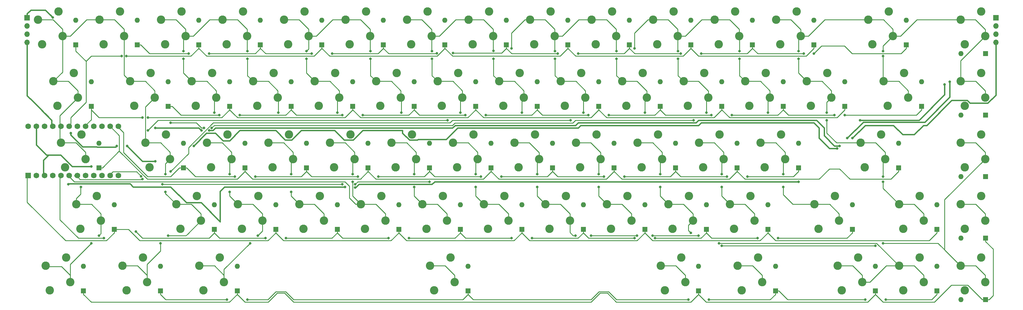
<source format=gbr>
G04 #@! TF.GenerationSoftware,KiCad,Pcbnew,(5.1.4)-1*
G04 #@! TF.CreationDate,2021-01-04T02:31:07-06:00*
G04 #@! TF.ProjectId,65Numpad,36354e75-6d70-4616-942e-6b696361645f,rev?*
G04 #@! TF.SameCoordinates,Original*
G04 #@! TF.FileFunction,Copper,L1,Top*
G04 #@! TF.FilePolarity,Positive*
%FSLAX46Y46*%
G04 Gerber Fmt 4.6, Leading zero omitted, Abs format (unit mm)*
G04 Created by KiCad (PCBNEW (5.1.4)-1) date 2021-01-04 02:31:07*
%MOMM*%
%LPD*%
G04 APERTURE LIST*
%ADD10C,2.600000*%
%ADD11R,1.700000X1.700000*%
%ADD12O,1.700000X1.700000*%
%ADD13R,1.600000X1.600000*%
%ADD14O,1.600000X1.600000*%
%ADD15C,1.752600*%
%ADD16R,1.752600X1.752600*%
%ADD17C,0.800000*%
%ADD18C,0.254000*%
%ADD19C,0.381000*%
G04 APERTURE END LIST*
D10*
X54133750Y-94297500D03*
X60483750Y-91757500D03*
X61753750Y-99377500D03*
X55403750Y-101917500D03*
D11*
X-1587500Y-55562500D03*
D12*
X-1587500Y-58102500D03*
X-1587500Y-60642500D03*
X-1587500Y-63182500D03*
D10*
X20796250Y-56197500D03*
X27146250Y-53657500D03*
X28416250Y-61277500D03*
X22066250Y-63817500D03*
X225583750Y-94297500D03*
X231933750Y-91757500D03*
X233203750Y-99377500D03*
X226853750Y-101917500D03*
X120808750Y-113347500D03*
X127158750Y-110807500D03*
X128428750Y-118427500D03*
X122078750Y-120967500D03*
X216058750Y-113347500D03*
X222408750Y-110807500D03*
X223678750Y-118427500D03*
X217328750Y-120967500D03*
X187483750Y-94297500D03*
X193833750Y-91757500D03*
X195103750Y-99377500D03*
X188753750Y-101917500D03*
X111283750Y-94297500D03*
X117633750Y-91757500D03*
X118903750Y-99377500D03*
X112553750Y-101917500D03*
X4127500Y-132397500D03*
X10477500Y-129857500D03*
X5397500Y-140017500D03*
X11747500Y-137477500D03*
X20002500Y-110807500D03*
X13652500Y-113347500D03*
X14922500Y-120967500D03*
X21272500Y-118427500D03*
X82708750Y-113347500D03*
X89058750Y-110807500D03*
X90328750Y-118427500D03*
X83978750Y-120967500D03*
X242252500Y-113347500D03*
X248602500Y-110807500D03*
X243522500Y-120967500D03*
X249872500Y-118427500D03*
X139858750Y-113347500D03*
X146208750Y-110807500D03*
X147478750Y-118427500D03*
X141128750Y-120967500D03*
X239871250Y-75247500D03*
X246221250Y-72707500D03*
X247491250Y-80327500D03*
X241141250Y-82867500D03*
X49371250Y-75247500D03*
X55721250Y-72707500D03*
X56991250Y-80327500D03*
X50641250Y-82867500D03*
X6508750Y-75247500D03*
X12858750Y-72707500D03*
X7778750Y-82867500D03*
X14128750Y-80327500D03*
X154146250Y-56197500D03*
X160496250Y-53657500D03*
X161766250Y-61277500D03*
X155416250Y-63817500D03*
X192246250Y-56197500D03*
X198596250Y-53657500D03*
X199866250Y-61277500D03*
X193516250Y-63817500D03*
X44608750Y-113347500D03*
X50958750Y-110807500D03*
X52228750Y-118427500D03*
X45878750Y-120967500D03*
X125571250Y-75247500D03*
X131921250Y-72707500D03*
X133191250Y-80327500D03*
X126841250Y-82867500D03*
X63658750Y-113347500D03*
X70008750Y-110807500D03*
X71278750Y-118427500D03*
X64928750Y-120967500D03*
X27940000Y-132397500D03*
X34290000Y-129857500D03*
X29210000Y-140017500D03*
X35560000Y-137477500D03*
X101758750Y-113347500D03*
X108108750Y-110807500D03*
X109378750Y-118427500D03*
X103028750Y-120967500D03*
X268446250Y-113347500D03*
X274796250Y-110807500D03*
X276066250Y-118427500D03*
X269716250Y-120967500D03*
X144621250Y-75247500D03*
X150971250Y-72707500D03*
X152241250Y-80327500D03*
X145891250Y-82867500D03*
X39846250Y-56197500D03*
X46196250Y-53657500D03*
X47466250Y-61277500D03*
X41116250Y-63817500D03*
X58896250Y-56197500D03*
X65246250Y-53657500D03*
X66516250Y-61277500D03*
X60166250Y-63817500D03*
X106521250Y-75247500D03*
X112871250Y-72707500D03*
X114141250Y-80327500D03*
X107791250Y-82867500D03*
X123190000Y-132397500D03*
X129540000Y-129857500D03*
X124460000Y-140017500D03*
X130810000Y-137477500D03*
X116046250Y-56197500D03*
X122396250Y-53657500D03*
X123666250Y-61277500D03*
X117316250Y-63817500D03*
X135096250Y-56197500D03*
X141446250Y-53657500D03*
X142716250Y-61277500D03*
X136366250Y-63817500D03*
X206533750Y-94297500D03*
X212883750Y-91757500D03*
X214153750Y-99377500D03*
X207803750Y-101917500D03*
X287496250Y-132397500D03*
X293846250Y-129857500D03*
X295116250Y-137477500D03*
X288766250Y-140017500D03*
X87471250Y-75247500D03*
X93821250Y-72707500D03*
X95091250Y-80327500D03*
X88741250Y-82867500D03*
X30321250Y-75247500D03*
X36671250Y-72707500D03*
X37941250Y-80327500D03*
X31591250Y-82867500D03*
X287496250Y-94297500D03*
X293846250Y-91757500D03*
X295116250Y-99377500D03*
X288766250Y-101917500D03*
X287496250Y-113347500D03*
X293846250Y-110807500D03*
X295116250Y-118427500D03*
X288766250Y-120967500D03*
X197008750Y-113347500D03*
X203358750Y-110807500D03*
X204628750Y-118427500D03*
X198278750Y-120967500D03*
X201771250Y-75247500D03*
X208121250Y-72707500D03*
X209391250Y-80327500D03*
X203041250Y-82867500D03*
X182721250Y-75247500D03*
X189071250Y-72707500D03*
X190341250Y-80327500D03*
X183991250Y-82867500D03*
X173196250Y-56197500D03*
X179546250Y-53657500D03*
X180816250Y-61277500D03*
X174466250Y-63817500D03*
X211296250Y-56197500D03*
X217646250Y-53657500D03*
X218916250Y-61277500D03*
X212566250Y-63817500D03*
X158908750Y-113347500D03*
X165258750Y-110807500D03*
X166528750Y-118427500D03*
X160178750Y-120967500D03*
X249396250Y-132397500D03*
X255746250Y-129857500D03*
X257016250Y-137477500D03*
X250666250Y-140017500D03*
X220821250Y-75247500D03*
X227171250Y-72707500D03*
X228441250Y-80327500D03*
X222091250Y-82867500D03*
X168433750Y-94297500D03*
X174783750Y-91757500D03*
X176053750Y-99377500D03*
X169703750Y-101917500D03*
X149383750Y-94297500D03*
X155733750Y-91757500D03*
X157003750Y-99377500D03*
X150653750Y-101917500D03*
X163671250Y-75247500D03*
X170021250Y-72707500D03*
X171291250Y-80327500D03*
X164941250Y-82867500D03*
X287496250Y-75247500D03*
X293846250Y-72707500D03*
X295116250Y-80327500D03*
X288766250Y-82867500D03*
X130333750Y-94297500D03*
X136683750Y-91757500D03*
X137953750Y-99377500D03*
X131603750Y-101917500D03*
X77946250Y-56197500D03*
X84296250Y-53657500D03*
X85566250Y-61277500D03*
X79216250Y-63817500D03*
X218440000Y-132397500D03*
X224790000Y-129857500D03*
X219710000Y-140017500D03*
X226060000Y-137477500D03*
X96996250Y-56197500D03*
X103346250Y-53657500D03*
X104616250Y-61277500D03*
X98266250Y-63817500D03*
X92233750Y-94297500D03*
X98583750Y-91757500D03*
X99853750Y-99377500D03*
X93503750Y-101917500D03*
X1746250Y-56197500D03*
X8096250Y-53657500D03*
X9366250Y-61277500D03*
X3016250Y-63817500D03*
X230346250Y-56197500D03*
X236696250Y-53657500D03*
X237966250Y-61277500D03*
X231616250Y-63817500D03*
X262890000Y-91757500D03*
X256540000Y-94297500D03*
X257810000Y-101917500D03*
X264160000Y-99377500D03*
X68421250Y-75247500D03*
X74771250Y-72707500D03*
X76041250Y-80327500D03*
X69691250Y-82867500D03*
X268446250Y-132397500D03*
X274796250Y-129857500D03*
X276066250Y-137477500D03*
X269716250Y-140017500D03*
X287496250Y-56197500D03*
X293846250Y-53657500D03*
X295116250Y-61277500D03*
X288766250Y-63817500D03*
X73183750Y-94297500D03*
X79533750Y-91757500D03*
X80803750Y-99377500D03*
X74453750Y-101917500D03*
X177958750Y-113347500D03*
X184308750Y-110807500D03*
X185578750Y-118427500D03*
X179228750Y-120967500D03*
X8890000Y-94297500D03*
X15240000Y-91757500D03*
X10160000Y-101917500D03*
X16510000Y-99377500D03*
X258921250Y-56197500D03*
X265271250Y-53657500D03*
X260191250Y-63817500D03*
X266541250Y-61277500D03*
X263683750Y-75247500D03*
X270033750Y-72707500D03*
X264953750Y-82867500D03*
X271303750Y-80327500D03*
X194627500Y-132397500D03*
X200977500Y-129857500D03*
X195897500Y-140017500D03*
X202247500Y-137477500D03*
X51752500Y-132397500D03*
X58102500Y-129857500D03*
X53022500Y-140017500D03*
X59372500Y-137477500D03*
X35083750Y-94297500D03*
X41433750Y-91757500D03*
X42703750Y-99377500D03*
X36353750Y-101917500D03*
D13*
X295275000Y-123825000D03*
D14*
X287655000Y-123825000D03*
D13*
X295275000Y-104775000D03*
D14*
X287655000Y-104775000D03*
D13*
X295275000Y-142875000D03*
D14*
X287655000Y-142875000D03*
D13*
X280193750Y-140176250D03*
D14*
X280193750Y-132556250D03*
D13*
X261143750Y-140176250D03*
D14*
X261143750Y-132556250D03*
D13*
X230187500Y-140176250D03*
D14*
X230187500Y-132556250D03*
D13*
X206375000Y-140176250D03*
D14*
X206375000Y-132556250D03*
D13*
X134937500Y-140176250D03*
D14*
X134937500Y-132556250D03*
D13*
X63500000Y-140176250D03*
D14*
X63500000Y-132556250D03*
D13*
X39687500Y-140176250D03*
D14*
X39687500Y-132556250D03*
D13*
X15875000Y-140176250D03*
D14*
X15875000Y-132556250D03*
D13*
X295275000Y-85725000D03*
D14*
X287655000Y-85725000D03*
D13*
X280193750Y-121126250D03*
D14*
X280193750Y-113506250D03*
D13*
X254000000Y-121126250D03*
D14*
X254000000Y-113506250D03*
D13*
X227806250Y-121126250D03*
D14*
X227806250Y-113506250D03*
D13*
X208756250Y-121126250D03*
D14*
X208756250Y-113506250D03*
D13*
X189706250Y-121126250D03*
D14*
X189706250Y-113506250D03*
D13*
X170656250Y-121126250D03*
D14*
X170656250Y-113506250D03*
D13*
X151606250Y-121126250D03*
D14*
X151606250Y-113506250D03*
D13*
X132556250Y-121126250D03*
D14*
X132556250Y-113506250D03*
D13*
X113506250Y-121126250D03*
D14*
X113506250Y-113506250D03*
D13*
X94456250Y-121126250D03*
D14*
X94456250Y-113506250D03*
D13*
X75406250Y-121126250D03*
D14*
X75406250Y-113506250D03*
D13*
X56356250Y-121126250D03*
D14*
X56356250Y-113506250D03*
D13*
X25400000Y-121126250D03*
D14*
X25400000Y-113506250D03*
D13*
X295275000Y-66675000D03*
D14*
X287655000Y-66675000D03*
D13*
X268287500Y-102076250D03*
D14*
X268287500Y-94456250D03*
D13*
X237331250Y-102076250D03*
D14*
X237331250Y-94456250D03*
D13*
X218281250Y-102076250D03*
D14*
X218281250Y-94456250D03*
D13*
X199231250Y-102076250D03*
D14*
X199231250Y-94456250D03*
D13*
X180181250Y-102076250D03*
D14*
X180181250Y-94456250D03*
D13*
X161131250Y-102076250D03*
D14*
X161131250Y-94456250D03*
D13*
X142081250Y-102076250D03*
D14*
X142081250Y-94456250D03*
D13*
X123031250Y-102076250D03*
D14*
X123031250Y-94456250D03*
D13*
X103981250Y-102076250D03*
D14*
X103981250Y-94456250D03*
D13*
X84931250Y-102076250D03*
D14*
X84931250Y-94456250D03*
D13*
X65881250Y-102076250D03*
D14*
X65881250Y-94456250D03*
D13*
X46831250Y-102076250D03*
D14*
X46831250Y-94456250D03*
D13*
X20637500Y-102076250D03*
D14*
X20637500Y-94456250D03*
D13*
X275431250Y-83026250D03*
D14*
X275431250Y-75406250D03*
D13*
X251618750Y-83026250D03*
D14*
X251618750Y-75406250D03*
D13*
X232568750Y-83026250D03*
D14*
X232568750Y-75406250D03*
D13*
X213518750Y-83026250D03*
D14*
X213518750Y-75406250D03*
D13*
X194468750Y-83026250D03*
D14*
X194468750Y-75406250D03*
D13*
X175418750Y-83026250D03*
D14*
X175418750Y-75406250D03*
D13*
X156368750Y-83026250D03*
D14*
X156368750Y-75406250D03*
D13*
X137318750Y-83026250D03*
D14*
X137318750Y-75406250D03*
D13*
X118268750Y-83026250D03*
D14*
X118268750Y-75406250D03*
D13*
X99218750Y-83026250D03*
D14*
X99218750Y-75406250D03*
D13*
X80168750Y-83026250D03*
D14*
X80168750Y-75406250D03*
D13*
X61118750Y-83026250D03*
D14*
X61118750Y-75406250D03*
D13*
X42068750Y-83026250D03*
D14*
X42068750Y-75406250D03*
D13*
X18256250Y-83026250D03*
D14*
X18256250Y-75406250D03*
D13*
X270668750Y-63976250D03*
D14*
X270668750Y-56356250D03*
D13*
X242093750Y-63976250D03*
D14*
X242093750Y-56356250D03*
D13*
X223043750Y-63976250D03*
D14*
X223043750Y-56356250D03*
D13*
X203993750Y-63976250D03*
D14*
X203993750Y-56356250D03*
D13*
X184943750Y-63976250D03*
D14*
X184943750Y-56356250D03*
D13*
X165893750Y-63976250D03*
D14*
X165893750Y-56356250D03*
D13*
X146843750Y-63976250D03*
D14*
X146843750Y-56356250D03*
D13*
X127793750Y-63976250D03*
D14*
X127793750Y-56356250D03*
D13*
X108743750Y-63976250D03*
D14*
X108743750Y-56356250D03*
D13*
X89693750Y-63976250D03*
D14*
X89693750Y-56356250D03*
D13*
X70643750Y-63976250D03*
D14*
X70643750Y-56356250D03*
D13*
X51593750Y-63976250D03*
D14*
X51593750Y-56356250D03*
D13*
X32543750Y-63976250D03*
D14*
X32543750Y-56356250D03*
D13*
X13493750Y-63976250D03*
D14*
X13493750Y-56356250D03*
D15*
X-1270000Y-89217500D03*
X26670000Y-104457500D03*
X1270000Y-89217500D03*
X3810000Y-89217500D03*
X6350000Y-89217500D03*
X8890000Y-89217500D03*
X11430000Y-89217500D03*
X13970000Y-89217500D03*
X16510000Y-89217500D03*
X19050000Y-89217500D03*
X21590000Y-89217500D03*
X24130000Y-89217500D03*
X26670000Y-89217500D03*
X24130000Y-104457500D03*
X21590000Y-104457500D03*
X19050000Y-104457500D03*
X16510000Y-104457500D03*
X13970000Y-104457500D03*
X11430000Y-104457500D03*
X8890000Y-104457500D03*
X6350000Y-104457500D03*
X3810000Y-104457500D03*
X1270000Y-104457500D03*
D16*
X-1270000Y-104457500D03*
D11*
X298450000Y-55562500D03*
D12*
X298450000Y-58102500D03*
X298450000Y-60642500D03*
X298450000Y-63182500D03*
D17*
X41275000Y-103981250D03*
X20637500Y-123031250D03*
X18256250Y-125412500D03*
X42068750Y-123031250D03*
X39687500Y-125412500D03*
X41275000Y-109537500D03*
X15081250Y-107950000D03*
X46831250Y-68262500D03*
X46831250Y-65881250D03*
X76200000Y-84931250D03*
X66675000Y-65881250D03*
X66675000Y-68262500D03*
X56356250Y-84931250D03*
X61118750Y-103981250D03*
X80168750Y-103981250D03*
X69850000Y-123031250D03*
X67468750Y-125412500D03*
X80168750Y-109537500D03*
X61118750Y-109537500D03*
X94456250Y-84931250D03*
X84931250Y-65881250D03*
X84931250Y-68262500D03*
X104775000Y-65881250D03*
X104775000Y-68262500D03*
X114300000Y-84931250D03*
X99218750Y-106362500D03*
X99218750Y-103981250D03*
X118268750Y-103981250D03*
X118268750Y-107950000D03*
X200025000Y-65881250D03*
X200025000Y-68262500D03*
X219075000Y-68262500D03*
X219075000Y-65881250D03*
X208756250Y-84931250D03*
X227806250Y-84931250D03*
X213518750Y-103981250D03*
X232568750Y-103981250D03*
X186531250Y-65087500D03*
X166687500Y-87312500D03*
X42862500Y-103187500D03*
X33725728Y-104654663D03*
X232568750Y-107950000D03*
X213518750Y-107950000D03*
X237331250Y-68262500D03*
X237331250Y-65881250D03*
X263525000Y-65881250D03*
X263525000Y-67468750D03*
X246062500Y-87312500D03*
X246062500Y-84931250D03*
X263525000Y-106362500D03*
X263525000Y-104775000D03*
X42862500Y-88106250D03*
X204787500Y-87312500D03*
X55562500Y-89693750D03*
X53181250Y-89693750D03*
X161925000Y-65881250D03*
X161925000Y-68262500D03*
X180975000Y-65881250D03*
X180975000Y-68262500D03*
X170656250Y-84931250D03*
X189706250Y-84931250D03*
X175418750Y-103981250D03*
X194468750Y-103981250D03*
X263525000Y-125412500D03*
X261143750Y-126206250D03*
X213518750Y-126206250D03*
X203993750Y-122237500D03*
X148431250Y-65087500D03*
X128587500Y-87312500D03*
X35810750Y-90487500D03*
X194468750Y-107950000D03*
X175418750Y-107950000D03*
X123825000Y-65881250D03*
X123825000Y-68262500D03*
X142875000Y-65802183D03*
X142875000Y-68262500D03*
X132556250Y-84931250D03*
X151606250Y-84931250D03*
X137318750Y-103981250D03*
X156368750Y-103981250D03*
X34131250Y-105568750D03*
X40274997Y-107156250D03*
X123031250Y-106362500D03*
X100012500Y-107156250D03*
X96043750Y-107156250D03*
X212725000Y-125412500D03*
X206375000Y-123031250D03*
X192087500Y-123031250D03*
X187325000Y-123031250D03*
X173037500Y-123031250D03*
X168275000Y-123031250D03*
X156368750Y-107950000D03*
X137318750Y-107950000D03*
X256381250Y-87312500D03*
X237331250Y-106362500D03*
X100012500Y-108156253D03*
X96837500Y-107950000D03*
X11204500Y-107156250D03*
X6350000Y-55470500D03*
X282575000Y-76200000D03*
X252412500Y-92868750D03*
X250031250Y-95250000D03*
X54768750Y-90487500D03*
X52387500Y-90487500D03*
X38100000Y-89693750D03*
X18256250Y-101600000D03*
X284162500Y-75406250D03*
X254000000Y-92868750D03*
X249237500Y-96043750D03*
X50006250Y-95250000D03*
X38100000Y-100012500D03*
X29368750Y-95250000D03*
X26193750Y-95250000D03*
X11906250Y-91281250D03*
X60325000Y-142875000D03*
X66675000Y-142875000D03*
X203200000Y-142875000D03*
X209550000Y-142875000D03*
X257968750Y-142875000D03*
X264318750Y-142875000D03*
X22225000Y-123825000D03*
X72231250Y-123825000D03*
X78581250Y-123825000D03*
X110331250Y-123825000D03*
X116681250Y-123825000D03*
X148431250Y-123825000D03*
X154781250Y-123825000D03*
X186531250Y-123825000D03*
X192881250Y-123825000D03*
X224631250Y-123825000D03*
X230981250Y-123825000D03*
X32127849Y-121821599D03*
X62706250Y-104775000D03*
X69056250Y-104775000D03*
X100806250Y-104775000D03*
X107156250Y-104775000D03*
X138906250Y-104775000D03*
X145256250Y-104775000D03*
X177006250Y-104775000D03*
X183356250Y-104775000D03*
X215106250Y-104775000D03*
X221456250Y-104775000D03*
X57943750Y-85725000D03*
X64293750Y-85725000D03*
X96043750Y-85725000D03*
X102393750Y-85725000D03*
X134143750Y-85725000D03*
X140493750Y-85725000D03*
X172243750Y-85725000D03*
X178593750Y-85725000D03*
X210343750Y-85725000D03*
X216693750Y-85725000D03*
X248443750Y-85725000D03*
X251618750Y-85725000D03*
X35810750Y-86518750D03*
X34131250Y-86518750D03*
X48418750Y-66675000D03*
X54768750Y-66675000D03*
X125295308Y-66557808D03*
X130320817Y-66529183D03*
X86518750Y-66675000D03*
X92868750Y-66675000D03*
X162718750Y-66675000D03*
X169068750Y-66675000D03*
X200818750Y-66675000D03*
X207168750Y-66675000D03*
X238918750Y-66675000D03*
X242093750Y-66675000D03*
X27689250Y-67468750D03*
X29143250Y-67468750D03*
D18*
X8099740Y-75247500D02*
X6508750Y-75247500D01*
X11213684Y-75247500D02*
X8099740Y-75247500D01*
X14128750Y-78162566D02*
X11213684Y-75247500D01*
X14128750Y-80327500D02*
X14128750Y-78162566D01*
X9366250Y-72390000D02*
X9366250Y-61277500D01*
X6508750Y-75247500D02*
X9366250Y-72390000D01*
X3337240Y-56197500D02*
X1746250Y-56197500D01*
X6460212Y-56197500D02*
X3337240Y-56197500D01*
X9366250Y-59103538D02*
X6460212Y-56197500D01*
X9366250Y-61277500D02*
X9366250Y-59103538D01*
X16510000Y-97539023D02*
X16510000Y-99377500D01*
X16510000Y-97212566D02*
X16510000Y-97539023D01*
X13594934Y-94297500D02*
X16510000Y-97212566D01*
X8890000Y-94297500D02*
X13594934Y-94297500D01*
X21272500Y-116589023D02*
X21272500Y-118427500D01*
X21272500Y-116262566D02*
X21272500Y-116589023D01*
X18357434Y-113347500D02*
X21272500Y-116262566D01*
X13652500Y-113347500D02*
X18357434Y-113347500D01*
X11747500Y-135639023D02*
X11747500Y-137477500D01*
X11747500Y-135312566D02*
X11747500Y-135639023D01*
X9051533Y-132616599D02*
X11747500Y-135312566D01*
X4346599Y-132616599D02*
X9051533Y-132616599D01*
X4127500Y-132397500D02*
X4346599Y-132616599D01*
X35560000Y-135639023D02*
X35560000Y-137477500D01*
X35560000Y-135312566D02*
X35560000Y-135639023D01*
X32644934Y-132397500D02*
X35560000Y-135312566D01*
X27940000Y-132397500D02*
X32644934Y-132397500D01*
X21272500Y-120265977D02*
X21272500Y-118427500D01*
X11747500Y-137477500D02*
X11747500Y-134428538D01*
X28416250Y-59439023D02*
X28416250Y-61277500D01*
X28416250Y-59103538D02*
X28416250Y-59439023D01*
X25510212Y-56197500D02*
X28416250Y-59103538D01*
X20796250Y-56197500D02*
X25510212Y-56197500D01*
X28416250Y-73342500D02*
X30321250Y-75247500D01*
X28416250Y-61277500D02*
X28416250Y-73342500D01*
X37941250Y-78489023D02*
X37941250Y-80327500D01*
X37941250Y-78153538D02*
X37941250Y-78489023D01*
X35035212Y-75247500D02*
X37941250Y-78153538D01*
X30321250Y-75247500D02*
X35035212Y-75247500D01*
X42703750Y-97539023D02*
X42703750Y-99377500D01*
X42703750Y-97203538D02*
X42703750Y-97539023D01*
X39797712Y-94297500D02*
X42703750Y-97203538D01*
X35083750Y-94297500D02*
X39797712Y-94297500D01*
X52228750Y-116589023D02*
X52228750Y-118427500D01*
X52228750Y-116253538D02*
X52228750Y-116589023D01*
X49322712Y-113347500D02*
X52228750Y-116253538D01*
X44608750Y-113347500D02*
X49322712Y-113347500D01*
X35083750Y-83185000D02*
X35083750Y-94297500D01*
X37941250Y-80327500D02*
X35083750Y-83185000D01*
X9366250Y-61277500D02*
X11747500Y-61277500D01*
X16827500Y-56197500D02*
X20796250Y-56197500D01*
X11747500Y-61277500D02*
X16827500Y-56197500D01*
X52228750Y-118427500D02*
X48061749Y-122594501D01*
X35560000Y-131921250D02*
X35560000Y-137477500D01*
X41275000Y-100806250D02*
X42703750Y-99377500D01*
X41275000Y-103981250D02*
X41275000Y-100806250D01*
X21272500Y-120265977D02*
X21272500Y-122396250D01*
X21272500Y-122396250D02*
X20637500Y-123031250D01*
X11747500Y-131921250D02*
X11747500Y-134428538D01*
X18256250Y-125412500D02*
X11747500Y-131921250D01*
X48061749Y-122594501D02*
X47625000Y-123031250D01*
X47625000Y-123031250D02*
X42068750Y-123031250D01*
X39687500Y-127793750D02*
X35560000Y-131921250D01*
X39687500Y-125412500D02*
X39687500Y-127793750D01*
X41344315Y-110172500D02*
X41433750Y-110172500D01*
X41275000Y-110103185D02*
X41344315Y-110172500D01*
X41275000Y-109537500D02*
X41275000Y-110103185D01*
X41275000Y-110013750D02*
X41433750Y-110172500D01*
X41433750Y-110172500D02*
X44608750Y-113347500D01*
X13652500Y-111525616D02*
X13652500Y-113347500D01*
X14964058Y-110214058D02*
X13652500Y-111525616D01*
X14964058Y-110214058D02*
X14964058Y-108067192D01*
X14964058Y-108067192D02*
X15081250Y-107950000D01*
X8572500Y-85883750D02*
X8572500Y-89217500D01*
X14128750Y-80327500D02*
X8572500Y-85883750D01*
X8572500Y-93980000D02*
X8890000Y-94297500D01*
X8572500Y-89217500D02*
X8572500Y-93980000D01*
X56991250Y-78489023D02*
X56991250Y-80327500D01*
X56991250Y-78153538D02*
X56991250Y-78489023D01*
X54085212Y-75247500D02*
X56991250Y-78153538D01*
X49371250Y-75247500D02*
X54085212Y-75247500D01*
X61753750Y-97539023D02*
X61753750Y-99377500D01*
X61753750Y-97203538D02*
X61753750Y-97539023D01*
X58847712Y-94297500D02*
X61753750Y-97203538D01*
X54133750Y-94297500D02*
X58847712Y-94297500D01*
X71278750Y-116589023D02*
X71278750Y-118427500D01*
X71278750Y-116253538D02*
X71278750Y-116589023D01*
X68372712Y-113347500D02*
X71278750Y-116253538D01*
X63658750Y-113347500D02*
X68372712Y-113347500D01*
X59372500Y-135639023D02*
X59372500Y-137477500D01*
X59372500Y-135312566D02*
X59372500Y-135639023D01*
X56457434Y-132397500D02*
X59372500Y-135312566D01*
X51752500Y-132397500D02*
X56457434Y-132397500D01*
X90328750Y-116589023D02*
X90328750Y-118427500D01*
X90328750Y-116253538D02*
X90328750Y-116589023D01*
X87422712Y-113347500D02*
X90328750Y-116253538D01*
X82708750Y-113347500D02*
X87422712Y-113347500D01*
X130810000Y-135639023D02*
X130810000Y-137477500D01*
X130810000Y-135312566D02*
X130810000Y-135639023D01*
X127894934Y-132397500D02*
X130810000Y-135312566D01*
X123190000Y-132397500D02*
X127894934Y-132397500D01*
X71278750Y-120808750D02*
X71278750Y-118427500D01*
X80803750Y-97539023D02*
X80803750Y-99377500D01*
X80803750Y-97203538D02*
X80803750Y-97539023D01*
X77897712Y-94297500D02*
X80803750Y-97203538D01*
X73183750Y-94297500D02*
X77897712Y-94297500D01*
X76041250Y-78489023D02*
X76041250Y-80327500D01*
X76041250Y-78153538D02*
X76041250Y-78489023D01*
X73135212Y-75247500D02*
X76041250Y-78153538D01*
X68421250Y-75247500D02*
X73135212Y-75247500D01*
X66516250Y-59439023D02*
X66516250Y-61277500D01*
X66516250Y-59103538D02*
X66516250Y-59439023D01*
X63610212Y-56197500D02*
X66516250Y-59103538D01*
X58896250Y-56197500D02*
X63610212Y-56197500D01*
X47466250Y-59439023D02*
X47466250Y-61277500D01*
X47466250Y-59103538D02*
X47466250Y-59439023D01*
X44560212Y-56197500D02*
X47466250Y-59103538D01*
X39846250Y-56197500D02*
X44560212Y-56197500D01*
X47466250Y-61277500D02*
X49847500Y-61277500D01*
X54927500Y-56197500D02*
X58896250Y-56197500D01*
X49847500Y-61277500D02*
X54927500Y-56197500D01*
X49371250Y-75247500D02*
X46831250Y-72707500D01*
X46831250Y-72707500D02*
X46831250Y-68262500D01*
X46831250Y-61912500D02*
X47466250Y-61277500D01*
X46831250Y-65881250D02*
X46831250Y-61912500D01*
X76200000Y-80486250D02*
X76041250Y-80327500D01*
X76200000Y-84931250D02*
X76200000Y-80486250D01*
X66516250Y-61277500D02*
X66516250Y-65722500D01*
X66516250Y-65722500D02*
X66675000Y-65881250D01*
X66675000Y-73501250D02*
X68421250Y-75247500D01*
X66675000Y-68262500D02*
X66675000Y-73501250D01*
X56356250Y-80962500D02*
X56991250Y-80327500D01*
X56356250Y-84931250D02*
X56356250Y-80962500D01*
X61118750Y-100012500D02*
X61753750Y-99377500D01*
X61118750Y-103981250D02*
X61118750Y-100012500D01*
X82708750Y-113347500D02*
X80168750Y-110807500D01*
X80168750Y-110807500D02*
X80168750Y-109537500D01*
X80168750Y-100012500D02*
X80803750Y-99377500D01*
X80168750Y-103981250D02*
X80168750Y-100012500D01*
X90487500Y-118586250D02*
X90328750Y-118427500D01*
X71278750Y-120808750D02*
X71278750Y-121602500D01*
X71278750Y-121602500D02*
X69850000Y-123031250D01*
X59372500Y-133508750D02*
X59372500Y-133985000D01*
X67468750Y-125412500D02*
X59372500Y-133508750D01*
X59372500Y-137477500D02*
X59372500Y-133985000D01*
X61118750Y-110807500D02*
X61277500Y-110966250D01*
X61118750Y-109537500D02*
X61118750Y-110807500D01*
X63658750Y-113347500D02*
X61277500Y-110966250D01*
X85566250Y-59439023D02*
X85566250Y-61277500D01*
X85566250Y-59103538D02*
X85566250Y-59439023D01*
X82660212Y-56197500D02*
X85566250Y-59103538D01*
X77946250Y-56197500D02*
X82660212Y-56197500D01*
X104616250Y-59439023D02*
X104616250Y-61277500D01*
X104616250Y-59103538D02*
X104616250Y-59439023D01*
X101710212Y-56197500D02*
X104616250Y-59103538D01*
X96996250Y-56197500D02*
X101710212Y-56197500D01*
X85566250Y-61277500D02*
X87947500Y-61277500D01*
X93027500Y-56197500D02*
X96996250Y-56197500D01*
X87947500Y-61277500D02*
X93027500Y-56197500D01*
X95091250Y-78489023D02*
X95091250Y-80327500D01*
X95091250Y-78153538D02*
X95091250Y-78489023D01*
X92185212Y-75247500D02*
X95091250Y-78153538D01*
X87471250Y-75247500D02*
X92185212Y-75247500D01*
X114141250Y-78489023D02*
X114141250Y-80327500D01*
X114141250Y-78153538D02*
X114141250Y-78489023D01*
X111235212Y-75247500D02*
X114141250Y-78153538D01*
X106521250Y-75247500D02*
X111235212Y-75247500D01*
X99853750Y-97539023D02*
X99853750Y-99377500D01*
X99853750Y-97203538D02*
X99853750Y-97539023D01*
X96947712Y-94297500D02*
X99853750Y-97203538D01*
X92233750Y-94297500D02*
X96947712Y-94297500D01*
X118903750Y-97539023D02*
X118903750Y-99377500D01*
X118903750Y-97203538D02*
X118903750Y-97539023D01*
X115997712Y-94297500D02*
X118903750Y-97203538D01*
X111283750Y-94297500D02*
X115997712Y-94297500D01*
X94456250Y-80962500D02*
X95091250Y-80327500D01*
X94456250Y-84931250D02*
X94456250Y-80962500D01*
X85566250Y-61277500D02*
X85566250Y-65246250D01*
X85566250Y-65246250D02*
X84931250Y-65881250D01*
X84931250Y-72707500D02*
X87471250Y-75247500D01*
X84931250Y-68262500D02*
X84931250Y-72707500D01*
X104616250Y-61277500D02*
X104616250Y-65722500D01*
X104616250Y-65722500D02*
X104775000Y-65881250D01*
X104775000Y-73501250D02*
X106521250Y-75247500D01*
X104775000Y-68262500D02*
X104775000Y-73501250D01*
X109378750Y-116589023D02*
X109378750Y-118427500D01*
X109378750Y-116253538D02*
X109378750Y-116589023D01*
X106472712Y-113347500D02*
X109378750Y-116253538D01*
X101758750Y-113347500D02*
X106472712Y-113347500D01*
X128428750Y-116589023D02*
X128428750Y-118427500D01*
X128428750Y-116253538D02*
X128428750Y-116589023D01*
X125522712Y-113347500D02*
X128428750Y-116253538D01*
X120808750Y-113347500D02*
X125522712Y-113347500D01*
X202247500Y-135639023D02*
X202247500Y-137477500D01*
X202247500Y-135312566D02*
X202247500Y-135639023D01*
X199332434Y-132397500D02*
X202247500Y-135312566D01*
X194627500Y-132397500D02*
X199332434Y-132397500D01*
X226060000Y-135639023D02*
X226060000Y-137477500D01*
X226060000Y-135312566D02*
X226060000Y-135639023D01*
X223144934Y-132397500D02*
X226060000Y-135312566D01*
X218440000Y-132397500D02*
X223144934Y-132397500D01*
X114300000Y-80486250D02*
X114141250Y-80327500D01*
X114300000Y-84931250D02*
X114300000Y-80486250D01*
X101758750Y-113347500D02*
X99218750Y-110807500D01*
X99218750Y-110807500D02*
X99218750Y-109537500D01*
X99218750Y-100012500D02*
X99853750Y-99377500D01*
X99218750Y-103981250D02*
X99218750Y-100012500D01*
X99218750Y-109537500D02*
X99218750Y-106362500D01*
X120808750Y-113347500D02*
X118268750Y-110807500D01*
X118268750Y-110807500D02*
X118268750Y-109537500D01*
X118268750Y-100012500D02*
X118903750Y-99377500D01*
X118268750Y-103981250D02*
X118268750Y-100012500D01*
X128587500Y-118586250D02*
X128428750Y-118427500D01*
X118268750Y-107950000D02*
X118268750Y-109537500D01*
X13017500Y-106362500D02*
X11112500Y-104457500D01*
X96837500Y-106362500D02*
X13017500Y-106362500D01*
X98185130Y-107710130D02*
X96837500Y-106362500D01*
X98185130Y-111364870D02*
X98185130Y-107710130D01*
X101758750Y-113347500D02*
X100167760Y-113347500D01*
X100167760Y-113347500D02*
X98185130Y-111364870D01*
X199866250Y-59439023D02*
X199866250Y-61277500D01*
X199866250Y-59103538D02*
X199866250Y-59439023D01*
X196960212Y-56197500D02*
X199866250Y-59103538D01*
X192246250Y-56197500D02*
X196960212Y-56197500D01*
X218916250Y-59439023D02*
X218916250Y-61277500D01*
X218916250Y-59103538D02*
X218916250Y-59439023D01*
X216010212Y-56197500D02*
X218916250Y-59103538D01*
X211296250Y-56197500D02*
X216010212Y-56197500D01*
X209391250Y-78489023D02*
X209391250Y-80327500D01*
X209391250Y-78296462D02*
X209391250Y-78489023D01*
X206342288Y-75247500D02*
X209391250Y-78296462D01*
X201771250Y-75247500D02*
X206342288Y-75247500D01*
X228441250Y-78489023D02*
X228441250Y-80327500D01*
X228441250Y-78153538D02*
X228441250Y-78489023D01*
X225535212Y-75247500D02*
X228441250Y-78153538D01*
X220821250Y-75247500D02*
X225535212Y-75247500D01*
X199866250Y-61277500D02*
X199866250Y-65722500D01*
X199866250Y-65722500D02*
X200025000Y-65881250D01*
X200025000Y-73501250D02*
X201771250Y-75247500D01*
X200025000Y-68262500D02*
X200025000Y-73501250D01*
X199866250Y-61277500D02*
X202247500Y-61277500D01*
X207327500Y-56197500D02*
X211296250Y-56197500D01*
X202247500Y-61277500D02*
X207327500Y-56197500D01*
X220821250Y-75247500D02*
X219075000Y-73501250D01*
X219075000Y-73501250D02*
X219075000Y-68262500D01*
X219075000Y-61436250D02*
X218916250Y-61277500D01*
X219075000Y-65881250D02*
X219075000Y-61436250D01*
X295116250Y-116589023D02*
X295116250Y-118427500D01*
X295116250Y-116253538D02*
X295116250Y-116589023D01*
X292210212Y-113347500D02*
X295116250Y-116253538D01*
X287496250Y-113347500D02*
X292210212Y-113347500D01*
X249872500Y-116589023D02*
X249872500Y-118427500D01*
X249872500Y-116262566D02*
X249872500Y-116589023D01*
X246957434Y-113347500D02*
X249872500Y-116262566D01*
X242252500Y-113347500D02*
X246957434Y-113347500D01*
X223678750Y-116589023D02*
X223678750Y-118427500D01*
X223678750Y-116253538D02*
X223678750Y-116589023D01*
X220772712Y-113347500D02*
X223678750Y-116253538D01*
X216058750Y-113347500D02*
X220772712Y-113347500D01*
X214153750Y-97539023D02*
X214153750Y-99377500D01*
X214153750Y-97203538D02*
X214153750Y-97539023D01*
X211247712Y-94297500D02*
X214153750Y-97203538D01*
X206533750Y-94297500D02*
X211247712Y-94297500D01*
X233203750Y-97539023D02*
X233203750Y-99377500D01*
X233203750Y-97203538D02*
X233203750Y-97539023D01*
X230297712Y-94297500D02*
X233203750Y-97203538D01*
X225583750Y-94297500D02*
X230297712Y-94297500D01*
X208756250Y-80962500D02*
X209391250Y-80327500D01*
X208756250Y-84931250D02*
X208756250Y-80962500D01*
X227806250Y-80962500D02*
X228441250Y-80327500D01*
X227806250Y-84931250D02*
X227806250Y-80962500D01*
X216058750Y-113347500D02*
X213518750Y-110807500D01*
X213518750Y-110807500D02*
X213518750Y-110331250D01*
X213518750Y-100012500D02*
X214153750Y-99377500D01*
X213518750Y-103981250D02*
X213518750Y-100012500D01*
X242252500Y-113347500D02*
X235585000Y-113347500D01*
X235585000Y-113347500D02*
X232568750Y-110331250D01*
X232568750Y-100012500D02*
X233203750Y-99377500D01*
X232568750Y-103981250D02*
X232568750Y-100012500D01*
X186531250Y-60321510D02*
X186531250Y-65087500D01*
X192246250Y-56197500D02*
X190655260Y-56197500D01*
X190655260Y-56197500D02*
X186531250Y-60321510D01*
X166687500Y-87312500D02*
X152400000Y-87312500D01*
X152400000Y-87312500D02*
X151888462Y-87312500D01*
X151888462Y-87312500D02*
X133350000Y-87312500D01*
X133350000Y-87312500D02*
X130175000Y-87312500D01*
X130175000Y-87312500D02*
X129381250Y-88106250D01*
X129381250Y-88106250D02*
X115093750Y-88106250D01*
X115093750Y-88106250D02*
X95250000Y-88106250D01*
X56074038Y-88106250D02*
X48418750Y-95761538D01*
X95250000Y-88106250D02*
X56074038Y-88106250D01*
X48418750Y-95761538D02*
X48418750Y-97631250D01*
X48418750Y-97631250D02*
X42862500Y-103187500D01*
X33725728Y-104654663D02*
X32325264Y-103254199D01*
X232568750Y-107950000D02*
X232568750Y-110331250D01*
X213518750Y-107950000D02*
X213518750Y-110331250D01*
X25015801Y-103254199D02*
X23812500Y-104457500D01*
X32325264Y-103254199D02*
X25015801Y-103254199D01*
X237966250Y-59439023D02*
X237966250Y-61277500D01*
X237966250Y-59246462D02*
X237966250Y-59439023D01*
X234917288Y-56197500D02*
X237966250Y-59246462D01*
X230346250Y-56197500D02*
X234917288Y-56197500D01*
X266541250Y-59439023D02*
X266541250Y-61277500D01*
X266541250Y-59112566D02*
X266541250Y-59439023D01*
X263626184Y-56197500D02*
X266541250Y-59112566D01*
X258921250Y-56197500D02*
X263626184Y-56197500D01*
X295116250Y-59439023D02*
X295116250Y-61277500D01*
X295116250Y-59246462D02*
X295116250Y-59439023D01*
X292067288Y-56197500D02*
X295116250Y-59246462D01*
X287496250Y-56197500D02*
X292067288Y-56197500D01*
X247491250Y-78489023D02*
X247491250Y-80327500D01*
X247491250Y-78153538D02*
X247491250Y-78489023D01*
X244585212Y-75247500D02*
X247491250Y-78153538D01*
X239871250Y-75247500D02*
X244585212Y-75247500D01*
X271303750Y-78489023D02*
X271303750Y-80327500D01*
X271303750Y-78162566D02*
X271303750Y-78489023D01*
X268388684Y-75247500D02*
X271303750Y-78162566D01*
X263683750Y-75247500D02*
X268388684Y-75247500D01*
X295116250Y-78489023D02*
X295116250Y-80327500D01*
X295116250Y-78153538D02*
X295116250Y-78489023D01*
X292210212Y-75247500D02*
X295116250Y-78153538D01*
X287496250Y-75247500D02*
X292210212Y-75247500D01*
X237966250Y-61277500D02*
X240347500Y-61277500D01*
X245427500Y-56197500D02*
X258921250Y-56197500D01*
X240347500Y-61277500D02*
X245427500Y-56197500D01*
X266541250Y-61277500D02*
X268922500Y-61277500D01*
X274002500Y-56197500D02*
X287496250Y-56197500D01*
X268922500Y-61277500D02*
X274002500Y-56197500D01*
X239871250Y-75247500D02*
X237331250Y-72707500D01*
X237331250Y-72707500D02*
X237331250Y-68262500D01*
X237331250Y-61912500D02*
X237966250Y-61277500D01*
X237331250Y-65881250D02*
X237331250Y-61912500D01*
X266541250Y-61277500D02*
X263525000Y-64293750D01*
X263525000Y-64293750D02*
X263525000Y-65881250D01*
X263525000Y-75088750D02*
X263683750Y-75247500D01*
X263525000Y-67468750D02*
X263525000Y-75088750D01*
X287496250Y-68897500D02*
X287496250Y-75247500D01*
X295116250Y-61277500D02*
X287496250Y-68897500D01*
X264160000Y-97539023D02*
X264160000Y-99377500D01*
X264160000Y-97212566D02*
X264160000Y-97539023D01*
X261244934Y-94297500D02*
X264160000Y-97212566D01*
X256540000Y-94297500D02*
X261244934Y-94297500D01*
X276066250Y-116589023D02*
X276066250Y-118427500D01*
X276066250Y-116253538D02*
X276066250Y-116589023D01*
X273160212Y-113347500D02*
X276066250Y-116253538D01*
X268446250Y-113347500D02*
X273160212Y-113347500D01*
X256540000Y-94297500D02*
X249078750Y-94297500D01*
X249078750Y-94297500D02*
X246062500Y-91281250D01*
X246062500Y-91281250D02*
X246062500Y-87312500D01*
X246062500Y-81756250D02*
X247491250Y-80327500D01*
X246062500Y-84931250D02*
X246062500Y-81756250D01*
X268446250Y-113347500D02*
X263525000Y-108426250D01*
X263525000Y-108426250D02*
X263525000Y-107950000D01*
X263525000Y-100012500D02*
X264160000Y-99377500D01*
X263525000Y-104775000D02*
X263525000Y-100012500D01*
X263525000Y-107950000D02*
X263525000Y-106362500D01*
X53181250Y-89693750D02*
X52387500Y-89693750D01*
X52387500Y-89693750D02*
X50800000Y-88106250D01*
X50800000Y-88106250D02*
X42862500Y-88106250D01*
X56356250Y-88900000D02*
X55562500Y-89693750D01*
X92868750Y-88900000D02*
X92075000Y-88900000D01*
X92075000Y-88900000D02*
X56356250Y-88900000D01*
X96043750Y-88900000D02*
X92075000Y-88900000D01*
X130175000Y-88900000D02*
X96043750Y-88900000D01*
X130902001Y-88172999D02*
X130175000Y-88900000D01*
X167414501Y-88172999D02*
X130902001Y-88172999D01*
X204787500Y-87312500D02*
X168275000Y-87312500D01*
X168275000Y-87312500D02*
X167414501Y-88172999D01*
X161766250Y-59439023D02*
X161766250Y-61277500D01*
X161766250Y-59103538D02*
X161766250Y-59439023D01*
X158860212Y-56197500D02*
X161766250Y-59103538D01*
X154146250Y-56197500D02*
X158860212Y-56197500D01*
X180816250Y-59439023D02*
X180816250Y-61277500D01*
X180816250Y-59103538D02*
X180816250Y-59439023D01*
X177910212Y-56197500D02*
X180816250Y-59103538D01*
X173196250Y-56197500D02*
X177910212Y-56197500D01*
X171291250Y-78489023D02*
X171291250Y-80327500D01*
X171291250Y-78153538D02*
X171291250Y-78489023D01*
X168385212Y-75247500D02*
X171291250Y-78153538D01*
X163671250Y-75247500D02*
X168385212Y-75247500D01*
X190341250Y-78489023D02*
X190341250Y-80327500D01*
X190341250Y-78296462D02*
X190341250Y-78489023D01*
X187292288Y-75247500D02*
X190341250Y-78296462D01*
X182721250Y-75247500D02*
X187292288Y-75247500D01*
X161766250Y-61277500D02*
X161766250Y-65722500D01*
X161766250Y-65722500D02*
X161925000Y-65881250D01*
X161925000Y-73501250D02*
X163671250Y-75247500D01*
X161925000Y-68262500D02*
X161925000Y-73501250D01*
X180816250Y-61277500D02*
X180816250Y-65722500D01*
X180816250Y-65722500D02*
X180975000Y-65881250D01*
X180975000Y-73501250D02*
X182721250Y-75247500D01*
X180975000Y-68262500D02*
X180975000Y-73501250D01*
X161766250Y-61277500D02*
X164147500Y-61277500D01*
X169227500Y-56197500D02*
X173196250Y-56197500D01*
X164147500Y-61277500D02*
X169227500Y-56197500D01*
X185578750Y-116589023D02*
X185578750Y-118427500D01*
X185578750Y-116253538D02*
X185578750Y-116589023D01*
X182672712Y-113347500D02*
X185578750Y-116253538D01*
X177958750Y-113347500D02*
X182672712Y-113347500D01*
X204628750Y-116589023D02*
X204628750Y-118427500D01*
X204628750Y-116253538D02*
X204628750Y-116589023D01*
X201722712Y-113347500D02*
X204628750Y-116253538D01*
X197008750Y-113347500D02*
X201722712Y-113347500D01*
X295116250Y-135639023D02*
X295116250Y-137477500D01*
X295116250Y-135303538D02*
X295116250Y-135639023D01*
X292210212Y-132397500D02*
X295116250Y-135303538D01*
X287496250Y-132397500D02*
X292210212Y-132397500D01*
X295116250Y-97539023D02*
X295116250Y-99377500D01*
X295116250Y-97203538D02*
X295116250Y-97539023D01*
X292210212Y-94297500D02*
X295116250Y-97203538D01*
X287496250Y-94297500D02*
X292210212Y-94297500D01*
X195103750Y-97539023D02*
X195103750Y-99377500D01*
X195103750Y-97203538D02*
X195103750Y-97539023D01*
X192197712Y-94297500D02*
X195103750Y-97203538D01*
X187483750Y-94297500D02*
X192197712Y-94297500D01*
X176053750Y-97539023D02*
X176053750Y-99377500D01*
X176053750Y-97346462D02*
X176053750Y-97539023D01*
X173004788Y-94297500D02*
X176053750Y-97346462D01*
X168433750Y-94297500D02*
X173004788Y-94297500D01*
X170656250Y-80962500D02*
X171291250Y-80327500D01*
X170656250Y-84931250D02*
X170656250Y-80962500D01*
X189706250Y-80962500D02*
X190341250Y-80327500D01*
X189706250Y-84931250D02*
X189706250Y-80962500D01*
X177958750Y-113347500D02*
X175418750Y-110807500D01*
X175418750Y-110807500D02*
X175418750Y-109537500D01*
X175418750Y-100012500D02*
X176053750Y-99377500D01*
X175418750Y-103981250D02*
X175418750Y-100012500D01*
X197008750Y-113347500D02*
X194468750Y-110807500D01*
X194468750Y-110807500D02*
X194468750Y-110331250D01*
X194468750Y-100012500D02*
X195103750Y-99377500D01*
X194468750Y-103981250D02*
X194468750Y-100012500D01*
X287496250Y-132397500D02*
X280511250Y-125412500D01*
X280511250Y-125412500D02*
X263525000Y-125412500D01*
X261143750Y-126206250D02*
X213518750Y-126206250D01*
X203993750Y-122237500D02*
X203200000Y-121443750D01*
X203200000Y-119856250D02*
X204628750Y-118427500D01*
X203200000Y-121443750D02*
X203200000Y-119856250D01*
X286371251Y-131272501D02*
X287496250Y-132397500D01*
X282575000Y-127476250D02*
X286371251Y-131272501D01*
X282575000Y-111918750D02*
X282575000Y-127476250D01*
X295116250Y-99377500D02*
X282575000Y-111918750D01*
X152555260Y-56197500D02*
X148431250Y-60321510D01*
X154146250Y-56197500D02*
X152555260Y-56197500D01*
X148431250Y-60321510D02*
X148431250Y-65087500D01*
X128587500Y-87312500D02*
X115093750Y-87312500D01*
X115093750Y-87312500D02*
X96837500Y-87312500D01*
X96837500Y-87312500D02*
X57943750Y-87312500D01*
X57943750Y-87312500D02*
X38985750Y-87312500D01*
X38985750Y-87312500D02*
X35810750Y-90487500D01*
X194468750Y-110331250D02*
X194468750Y-107950000D01*
X175418750Y-107950000D02*
X175418750Y-109537500D01*
X13017500Y-104508201D02*
X13017500Y-104457500D01*
X123666250Y-59439023D02*
X123666250Y-61277500D01*
X123666250Y-59246462D02*
X123666250Y-59439023D01*
X120617288Y-56197500D02*
X123666250Y-59246462D01*
X116046250Y-56197500D02*
X120617288Y-56197500D01*
X142716250Y-59439023D02*
X142716250Y-61277500D01*
X142716250Y-59103538D02*
X142716250Y-59439023D01*
X139810212Y-56197500D02*
X142716250Y-59103538D01*
X135096250Y-56197500D02*
X139810212Y-56197500D01*
X133191250Y-78489023D02*
X133191250Y-80327500D01*
X133191250Y-78153538D02*
X133191250Y-78489023D01*
X130285212Y-75247500D02*
X133191250Y-78153538D01*
X125571250Y-75247500D02*
X130285212Y-75247500D01*
X152241250Y-78489023D02*
X152241250Y-80327500D01*
X152241250Y-78153538D02*
X152241250Y-78489023D01*
X149335212Y-75247500D02*
X152241250Y-78153538D01*
X144621250Y-75247500D02*
X149335212Y-75247500D01*
X123666250Y-61277500D02*
X123666250Y-65722500D01*
X123666250Y-65722500D02*
X123825000Y-65881250D01*
X123825000Y-73501250D02*
X125571250Y-75247500D01*
X123825000Y-68262500D02*
X123825000Y-73501250D01*
X142716250Y-61277500D02*
X142716250Y-65643433D01*
X142716250Y-65643433D02*
X142875000Y-65802183D01*
X142875000Y-73501250D02*
X144621250Y-75247500D01*
X142875000Y-68262500D02*
X142875000Y-73501250D01*
X123666250Y-61277500D02*
X126047500Y-61277500D01*
X131127500Y-56197500D02*
X135096250Y-56197500D01*
X126047500Y-61277500D02*
X131127500Y-56197500D01*
X147478750Y-116589023D02*
X147478750Y-118427500D01*
X147478750Y-116253538D02*
X147478750Y-116589023D01*
X144572712Y-113347500D02*
X147478750Y-116253538D01*
X139858750Y-113347500D02*
X144572712Y-113347500D01*
X166528750Y-116589023D02*
X166528750Y-118427500D01*
X166528750Y-116253538D02*
X166528750Y-116589023D01*
X163622712Y-113347500D02*
X166528750Y-116253538D01*
X158908750Y-113347500D02*
X163622712Y-113347500D01*
X257016250Y-135639023D02*
X257016250Y-137477500D01*
X257016250Y-135303538D02*
X257016250Y-135639023D01*
X254110212Y-132397500D02*
X257016250Y-135303538D01*
X249396250Y-132397500D02*
X254110212Y-132397500D01*
X276066250Y-135639023D02*
X276066250Y-137477500D01*
X276066250Y-135303538D02*
X276066250Y-135639023D01*
X273160212Y-132397500D02*
X276066250Y-135303538D01*
X268446250Y-132397500D02*
X273160212Y-132397500D01*
X157003750Y-97539023D02*
X157003750Y-99377500D01*
X157003750Y-97346462D02*
X157003750Y-97539023D01*
X153954788Y-94297500D02*
X157003750Y-97346462D01*
X149383750Y-94297500D02*
X153954788Y-94297500D01*
X137953750Y-97539023D02*
X137953750Y-99377500D01*
X137953750Y-97203538D02*
X137953750Y-97539023D01*
X135047712Y-94297500D02*
X137953750Y-97203538D01*
X130333750Y-94297500D02*
X135047712Y-94297500D01*
X132556250Y-80962500D02*
X133191250Y-80327500D01*
X132556250Y-84931250D02*
X132556250Y-80962500D01*
X151606250Y-80962500D02*
X152241250Y-80327500D01*
X151606250Y-84931250D02*
X151606250Y-80962500D01*
X139858750Y-113347500D02*
X137318750Y-110807500D01*
X137318750Y-110807500D02*
X137318750Y-109537500D01*
X137318750Y-100012500D02*
X137953750Y-99377500D01*
X137318750Y-103981250D02*
X137318750Y-100012500D01*
X158908750Y-113347500D02*
X156368750Y-110807500D01*
X156368750Y-110807500D02*
X156368750Y-109537500D01*
X156368750Y-100012500D02*
X157003750Y-99377500D01*
X156368750Y-103981250D02*
X156368750Y-100012500D01*
X16760801Y-105660801D02*
X33245449Y-105660801D01*
X33245449Y-105660801D02*
X34039199Y-105660801D01*
X34039199Y-105660801D02*
X34131250Y-105568750D01*
X40274997Y-107156250D02*
X92075000Y-107156250D01*
X123031250Y-106362500D02*
X119062500Y-106362500D01*
X119062500Y-106362500D02*
X100806250Y-106362500D01*
X100806250Y-106362500D02*
X100012500Y-107156250D01*
X96043750Y-107156250D02*
X92075000Y-107156250D01*
X268446250Y-132397500D02*
X261461250Y-125412500D01*
X261461250Y-125412500D02*
X212725000Y-125412500D01*
X206375000Y-123031250D02*
X192087500Y-123031250D01*
X187325000Y-123031250D02*
X173037500Y-123031250D01*
X168275000Y-123031250D02*
X167481250Y-123031250D01*
X166528750Y-122078750D02*
X166528750Y-118427500D01*
X167481250Y-123031250D02*
X166528750Y-122078750D01*
X268446250Y-132397500D02*
X264477500Y-132397500D01*
X259397500Y-137477500D02*
X257016250Y-137477500D01*
X264477500Y-132397500D02*
X259397500Y-137477500D01*
X156368750Y-109537500D02*
X156368750Y-107950000D01*
X137318750Y-109537500D02*
X137318750Y-107950000D01*
X14855801Y-105660801D02*
X13652500Y-104457500D01*
X16760801Y-105660801D02*
X14855801Y-105660801D01*
D19*
X274637500Y-87312500D02*
X256381250Y-87312500D01*
X230981250Y-106362500D02*
X215106250Y-106362500D01*
X211931250Y-106362500D02*
X196056250Y-106362500D01*
X230981250Y-106362500D02*
X237331250Y-106362500D01*
X177006250Y-106362500D02*
X192881250Y-106362500D01*
X157956250Y-106362500D02*
X177006250Y-106362500D01*
X192881250Y-106362500D02*
X196056250Y-106362500D01*
X211931250Y-106362500D02*
X215106250Y-106362500D01*
X157956250Y-106362500D02*
X139761881Y-106362500D01*
X139761881Y-106362500D02*
X124618750Y-106362500D01*
X124618750Y-106362500D02*
X123825000Y-107156250D01*
X123825000Y-107156250D02*
X119062500Y-107156250D01*
X100182439Y-108156253D02*
X100012500Y-108156253D01*
X119062500Y-107156250D02*
X101182442Y-107156250D01*
X101182442Y-107156250D02*
X100182439Y-108156253D01*
X96837500Y-107950000D02*
X80962500Y-107950000D01*
X30287711Y-106987999D02*
X20012001Y-106987999D01*
X42857868Y-107950000D02*
X31249712Y-107950000D01*
X59563308Y-107950000D02*
X58215358Y-109297950D01*
X80962500Y-107950000D02*
X59563308Y-107950000D01*
X31249712Y-107950000D02*
X30287711Y-106987999D01*
X58215358Y-109297950D02*
X58215358Y-118731166D01*
X58215358Y-118731166D02*
X52314182Y-112829990D01*
X52314182Y-112829990D02*
X47737858Y-112829990D01*
X47737858Y-112829990D02*
X42857868Y-107950000D01*
X20012001Y-106987999D02*
X11372751Y-106987999D01*
X11372751Y-106987999D02*
X11204500Y-107156250D01*
X6350000Y-55470500D02*
X5561499Y-54681999D01*
X282575000Y-76200000D02*
X282575000Y-79375000D01*
X282575000Y-79375000D02*
X274637500Y-87312500D01*
X-1587500Y-54331500D02*
X-437250Y-53181250D01*
X-1587500Y-55562500D02*
X-1587500Y-54331500D01*
X4060750Y-53181250D02*
X6350000Y-55470500D01*
X-437250Y-53181250D02*
X4060750Y-53181250D01*
X250031250Y-95250000D02*
X248443750Y-95250000D01*
X248443750Y-95250000D02*
X245268750Y-92075000D01*
X245268750Y-92075000D02*
X245268750Y-89693750D01*
X245268750Y-89693750D02*
X242887500Y-87312500D01*
X242887500Y-87312500D02*
X229393750Y-87312500D01*
X229393750Y-87312500D02*
X228600000Y-87312500D01*
X228600000Y-87312500D02*
X206375000Y-87312500D01*
X206375000Y-87312500D02*
X205581250Y-88106250D01*
X205581250Y-88106250D02*
X169068750Y-88106250D01*
X169068750Y-88106250D02*
X168275000Y-88900000D01*
X168275000Y-88900000D02*
X159543750Y-88900000D01*
X159543750Y-88900000D02*
X130968750Y-88900000D01*
X130968750Y-88900000D02*
X130175000Y-89693750D01*
X130175000Y-89693750D02*
X115887500Y-89693750D01*
X115887500Y-89693750D02*
X103981250Y-89693750D01*
X103981250Y-89693750D02*
X91281250Y-89693750D01*
X56732442Y-89693750D02*
X55938692Y-90487500D01*
X91281250Y-89693750D02*
X56732442Y-89693750D01*
X55938692Y-90487500D02*
X54768750Y-90487500D01*
X52387500Y-90487500D02*
X51593750Y-89693750D01*
X51593750Y-89693750D02*
X38100000Y-89693750D01*
X12344442Y-101600000D02*
X18256250Y-101600000D01*
X8847443Y-98103001D02*
X12344442Y-101600000D01*
X5084499Y-98103001D02*
X8847443Y-98103001D01*
X3492500Y-104457500D02*
X3492500Y-99695000D01*
X3492500Y-99695000D02*
X5084499Y-98103001D01*
X4440501Y-98103001D02*
X5084499Y-98103001D01*
X252412500Y-92868750D02*
X257387740Y-87893510D01*
X1270000Y-94932500D02*
X1270000Y-89217500D01*
X1587500Y-95250000D02*
X1270000Y-94932500D01*
X1587500Y-95250000D02*
X4440501Y-98103001D01*
X284162500Y-80168750D02*
X276437740Y-87893510D01*
X284162500Y-75406250D02*
X284162500Y-80168750D01*
X257387740Y-87893510D02*
X276437740Y-87893510D01*
X273175211Y-91767001D02*
X269567001Y-91767001D01*
X276042212Y-88900000D02*
X273175211Y-91767001D01*
X269567001Y-91767001D02*
X266700000Y-88900000D01*
X266700000Y-88900000D02*
X257968750Y-88900000D01*
X257968750Y-88900000D02*
X254000000Y-92868750D01*
X38100000Y-100012500D02*
X34131250Y-100012500D01*
X34131250Y-100012500D02*
X29368750Y-95250000D01*
X26193750Y-95250000D02*
X25793751Y-95649999D01*
X25793751Y-95649999D02*
X20069307Y-95649999D01*
X6032500Y-89217500D02*
X6032500Y-87312500D01*
X6032500Y-87312500D02*
X3968750Y-85248750D01*
X317500Y-81597500D02*
X6032500Y-87312500D01*
X-1587500Y-79692500D02*
X317500Y-81597500D01*
X-1587500Y-63182500D02*
X-1587500Y-79692500D01*
X284741751Y-81176999D02*
X277018750Y-88900000D01*
X289577691Y-81176999D02*
X284741751Y-81176999D01*
X295927691Y-82018001D02*
X290418693Y-82018001D01*
X298450000Y-79495692D02*
X295927691Y-82018001D01*
X298450000Y-63182500D02*
X298450000Y-79495692D01*
X290418693Y-82018001D02*
X289577691Y-81176999D01*
X276042212Y-88900000D02*
X277018750Y-88900000D01*
X19991307Y-95571999D02*
X20069307Y-95649999D01*
X15601301Y-95571999D02*
X19991307Y-95571999D01*
X11906250Y-91876948D02*
X15601301Y-95571999D01*
X11906250Y-91281250D02*
X11906250Y-91876948D01*
X246856250Y-96043750D02*
X249237500Y-96043750D01*
X243681250Y-89693750D02*
X243681250Y-92868750D01*
X242093750Y-88106250D02*
X243681250Y-89693750D01*
X243681250Y-92868750D02*
X246856250Y-96043750D01*
X207168750Y-88106250D02*
X242093750Y-88106250D01*
X206375000Y-88900000D02*
X207168750Y-88106250D01*
X169068750Y-89693750D02*
X169862500Y-88900000D01*
X131762500Y-89693750D02*
X169068750Y-89693750D01*
X128190501Y-93265749D02*
X131762500Y-89693750D01*
X119459251Y-93265749D02*
X128190501Y-93265749D01*
X119276999Y-93448001D02*
X119459251Y-93265749D01*
X116822309Y-93448001D02*
X119276999Y-93448001D01*
X169862500Y-88900000D02*
X206375000Y-88900000D01*
X64293750Y-90487500D02*
X75406250Y-90487500D01*
X61118750Y-93662500D02*
X64293750Y-90487500D01*
X96623001Y-93448001D02*
X99433249Y-93448001D01*
X59113692Y-93662500D02*
X61118750Y-93662500D01*
X56735691Y-91284499D02*
X59113692Y-93662500D01*
X114676192Y-91301884D02*
X116822309Y-93448001D01*
X50006250Y-95250000D02*
X53971751Y-91284499D01*
X78366751Y-93448001D02*
X80345191Y-93448001D01*
X80345191Y-93448001D02*
X83305692Y-90487500D01*
X75406250Y-90487500D02*
X78366751Y-93448001D01*
X83305692Y-90487500D02*
X93662500Y-90487500D01*
X53971751Y-91284499D02*
X56735691Y-91284499D01*
X93662500Y-90487500D02*
X96623001Y-93448001D01*
X99433249Y-93448001D02*
X102393750Y-90487500D01*
X102393750Y-90487500D02*
X114676192Y-90487500D01*
X114676192Y-90487500D02*
X114676192Y-91301884D01*
D18*
X295275000Y-124879000D02*
X295275000Y-123825000D01*
X297588251Y-127192251D02*
X295275000Y-124879000D01*
X297588251Y-141615749D02*
X297588251Y-127192251D01*
X296329000Y-142875000D02*
X297588251Y-141615749D01*
X295275000Y-142875000D02*
X296329000Y-142875000D01*
X261143750Y-141287500D02*
X261143750Y-140176250D01*
X294221000Y-142875000D02*
X289736499Y-138390499D01*
X295275000Y-142875000D02*
X294221000Y-142875000D01*
X289736499Y-138390499D02*
X284678251Y-138390499D01*
X284678251Y-138390499D02*
X279400000Y-143668750D01*
X279400000Y-143668750D02*
X263525000Y-143668750D01*
X263525000Y-143668750D02*
X261143750Y-141287500D01*
X206375000Y-141287500D02*
X206375000Y-140176250D01*
X208699000Y-143611500D02*
X206375000Y-141287500D01*
X258762500Y-143611500D02*
X208699000Y-143611500D01*
X261143750Y-140176250D02*
X261143750Y-141230250D01*
X261143750Y-141230250D02*
X258762500Y-143611500D01*
X206375000Y-141230250D02*
X203993750Y-143611500D01*
X206375000Y-140176250D02*
X206375000Y-141230250D01*
X178113933Y-140871599D02*
X175834651Y-140871599D01*
X203993750Y-143611500D02*
X180853834Y-143611500D01*
X180853834Y-143611500D02*
X178113933Y-140871599D01*
X175834651Y-140871599D02*
X173037500Y-143668750D01*
X80911284Y-143668750D02*
X78114133Y-140871599D01*
X173037500Y-143668750D02*
X80911284Y-143668750D01*
X75886067Y-140871599D02*
X73088916Y-143668750D01*
X78114133Y-140871599D02*
X75886067Y-140871599D01*
X73088916Y-143668750D02*
X65881250Y-143668750D01*
X63500000Y-141287500D02*
X63500000Y-140176250D01*
X65881250Y-143668750D02*
X63500000Y-141287500D01*
X63500000Y-141230250D02*
X61061500Y-143668750D01*
X63500000Y-140176250D02*
X63500000Y-141230250D01*
X61061500Y-143668750D02*
X18256250Y-143668750D01*
X15875000Y-141287500D02*
X15875000Y-140176250D01*
X18256250Y-143668750D02*
X15875000Y-141287500D01*
X39687500Y-141230250D02*
X41332250Y-142875000D01*
X39687500Y-140176250D02*
X39687500Y-141230250D01*
X41332250Y-142875000D02*
X60325000Y-142875000D01*
X66675000Y-142875000D02*
X73025000Y-142875000D01*
X73025000Y-142875000D02*
X75482411Y-140417589D01*
X75482411Y-140417589D02*
X78505089Y-140417589D01*
X78505089Y-140417589D02*
X80962500Y-142875000D01*
X134937500Y-141287500D02*
X134937500Y-140176250D01*
X80962500Y-142875000D02*
X133350000Y-142875000D01*
X133350000Y-142875000D02*
X134937500Y-141287500D01*
X134937500Y-141230250D02*
X136582250Y-142875000D01*
X134937500Y-140176250D02*
X134937500Y-141230250D01*
X136582250Y-142875000D02*
X173037500Y-142875000D01*
X175494911Y-140417589D02*
X175646594Y-140417589D01*
X173037500Y-142875000D02*
X175494911Y-140417589D01*
X175646594Y-140417589D02*
X178517589Y-140417589D01*
X178517589Y-140417589D02*
X180975000Y-142875000D01*
X180975000Y-142875000D02*
X203200000Y-142875000D01*
X230187500Y-141230250D02*
X230187500Y-140176250D01*
X228542750Y-142875000D02*
X230187500Y-141230250D01*
X209550000Y-142875000D02*
X228542750Y-142875000D01*
X251115788Y-142875000D02*
X257968750Y-142875000D01*
X233940250Y-142875000D02*
X251115788Y-142875000D01*
X230187500Y-140176250D02*
X231241500Y-140176250D01*
X231241500Y-140176250D02*
X233940250Y-142875000D01*
X280193750Y-141230250D02*
X280193750Y-140176250D01*
X278549000Y-142875000D02*
X280193750Y-141230250D01*
X264318750Y-142875000D02*
X278549000Y-142875000D01*
X56356250Y-122180250D02*
X58001000Y-123825000D01*
X56356250Y-121126250D02*
X56356250Y-122180250D01*
X58001000Y-123825000D02*
X72231250Y-123825000D01*
X94456250Y-122180250D02*
X94456250Y-121126250D01*
X92811500Y-123825000D02*
X94456250Y-122180250D01*
X78581250Y-123825000D02*
X92811500Y-123825000D01*
X94456250Y-122180250D02*
X96101000Y-123825000D01*
X96101000Y-123825000D02*
X110331250Y-123825000D01*
X132556250Y-122180250D02*
X132556250Y-121126250D01*
X130911500Y-123825000D02*
X132556250Y-122180250D01*
X116681250Y-123825000D02*
X130911500Y-123825000D01*
X132556250Y-122180250D02*
X134201000Y-123825000D01*
X134201000Y-123825000D02*
X148431250Y-123825000D01*
X170656250Y-122180250D02*
X170656250Y-121126250D01*
X169011500Y-123825000D02*
X170656250Y-122180250D01*
X154781250Y-123825000D02*
X169011500Y-123825000D01*
X170656250Y-122180250D02*
X172301000Y-123825000D01*
X172301000Y-123825000D02*
X186531250Y-123825000D01*
X208756250Y-122180250D02*
X208756250Y-121126250D01*
X207111500Y-123825000D02*
X208756250Y-122180250D01*
X192881250Y-123825000D02*
X207111500Y-123825000D01*
X208756250Y-122180250D02*
X210401000Y-123825000D01*
X210401000Y-123825000D02*
X224631250Y-123825000D01*
X254000000Y-122180250D02*
X254000000Y-121126250D01*
X252355250Y-123825000D02*
X254000000Y-122180250D01*
X230981250Y-123825000D02*
X252355250Y-123825000D01*
X32127849Y-121821599D02*
X34131250Y-123825000D01*
X34131250Y-123825000D02*
X54768750Y-123825000D01*
X56356250Y-122237500D02*
X56356250Y-121126250D01*
X54768750Y-123825000D02*
X56356250Y-122237500D01*
X14287500Y-123825000D02*
X22225000Y-123825000D01*
X8572500Y-104457500D02*
X8572500Y-118110000D01*
X8572500Y-118110000D02*
X14287500Y-123825000D01*
X75406250Y-122237500D02*
X75406250Y-121126250D01*
X73025000Y-124618750D02*
X75406250Y-122237500D01*
X33279934Y-124618750D02*
X73025000Y-124618750D01*
X25400000Y-121126250D02*
X29787434Y-121126250D01*
X29787434Y-121126250D02*
X33279934Y-124618750D01*
X113506250Y-122237500D02*
X113506250Y-121126250D01*
X111125000Y-124618750D02*
X113506250Y-122237500D01*
X77844750Y-124618750D02*
X111125000Y-124618750D01*
X75406250Y-121126250D02*
X75406250Y-122180250D01*
X75406250Y-122180250D02*
X77844750Y-124618750D01*
X113506250Y-122180250D02*
X115944750Y-124618750D01*
X113506250Y-121126250D02*
X113506250Y-122180250D01*
X115944750Y-124618750D02*
X149225000Y-124618750D01*
X151606250Y-122237500D02*
X151606250Y-121126250D01*
X149225000Y-124618750D02*
X151606250Y-122237500D01*
X189706250Y-122237500D02*
X189706250Y-121126250D01*
X187325000Y-124618750D02*
X189706250Y-122237500D01*
X154044750Y-124618750D02*
X187325000Y-124618750D01*
X151606250Y-121126250D02*
X151606250Y-122180250D01*
X151606250Y-122180250D02*
X154044750Y-124618750D01*
X227806250Y-122237500D02*
X227806250Y-121126250D01*
X225425000Y-124618750D02*
X227806250Y-122237500D01*
X192144750Y-124618750D02*
X225425000Y-124618750D01*
X189706250Y-121126250D02*
X189706250Y-122180250D01*
X189706250Y-122180250D02*
X192144750Y-124618750D01*
X227806250Y-122180250D02*
X230244750Y-124618750D01*
X227806250Y-121126250D02*
X227806250Y-122180250D01*
X230244750Y-124618750D02*
X277812500Y-124618750D01*
X280193750Y-122237500D02*
X280193750Y-121126250D01*
X277812500Y-124618750D02*
X280193750Y-122237500D01*
X-1587500Y-112712500D02*
X-1587500Y-104457500D01*
X10318750Y-124618750D02*
X-1587500Y-112712500D01*
X22961500Y-124618750D02*
X10318750Y-124618750D01*
X25400000Y-121126250D02*
X25400000Y-122180250D01*
X25400000Y-122180250D02*
X22961500Y-124618750D01*
X55853288Y-104775000D02*
X62706250Y-104775000D01*
X50584000Y-104775000D02*
X55853288Y-104775000D01*
X46831250Y-102076250D02*
X47885250Y-102076250D01*
X47885250Y-102076250D02*
X50584000Y-104775000D01*
X69056250Y-104775000D02*
X83343750Y-104775000D01*
X84931250Y-103187500D02*
X84931250Y-102076250D01*
X83343750Y-104775000D02*
X84931250Y-103187500D01*
X84931250Y-103130250D02*
X86576000Y-104775000D01*
X84931250Y-102076250D02*
X84931250Y-103130250D01*
X86576000Y-104775000D02*
X100806250Y-104775000D01*
X123031250Y-103130250D02*
X123031250Y-102076250D01*
X121386500Y-104775000D02*
X123031250Y-103130250D01*
X107156250Y-104775000D02*
X121386500Y-104775000D01*
X123031250Y-103130250D02*
X124676000Y-104775000D01*
X124676000Y-104775000D02*
X138906250Y-104775000D01*
X161131250Y-103130250D02*
X161131250Y-102076250D01*
X159486500Y-104775000D02*
X161131250Y-103130250D01*
X145256250Y-104775000D02*
X159486500Y-104775000D01*
X161131250Y-103130250D02*
X162776000Y-104775000D01*
X162776000Y-104775000D02*
X177006250Y-104775000D01*
X199231250Y-103130250D02*
X199231250Y-102076250D01*
X197586500Y-104775000D02*
X199231250Y-103130250D01*
X183356250Y-104775000D02*
X197586500Y-104775000D01*
X199231250Y-103130250D02*
X200876000Y-104775000D01*
X200876000Y-104775000D02*
X215106250Y-104775000D01*
X237331250Y-103130250D02*
X237331250Y-102076250D01*
X235686500Y-104775000D02*
X237331250Y-103130250D01*
X221456250Y-104775000D02*
X235686500Y-104775000D01*
X35718750Y-104775000D02*
X28257500Y-97313750D01*
X42862500Y-104775000D02*
X35718750Y-104775000D01*
X46831250Y-102076250D02*
X45561250Y-102076250D01*
X45561250Y-102076250D02*
X42862500Y-104775000D01*
X28257500Y-91122500D02*
X28257500Y-91598750D01*
X26352500Y-89217500D02*
X28257500Y-91122500D01*
X28257500Y-97313750D02*
X28257500Y-91598750D01*
X20637500Y-102076250D02*
X21748750Y-102076250D01*
X65881250Y-103187500D02*
X65881250Y-102076250D01*
X63500000Y-105568750D02*
X65881250Y-103187500D01*
X26962100Y-96862900D02*
X35667950Y-105568750D01*
X35667950Y-105568750D02*
X63500000Y-105568750D01*
X65881250Y-103130250D02*
X68262500Y-105511500D01*
X65881250Y-102076250D02*
X65881250Y-103130250D01*
X68262500Y-105511500D02*
X101657250Y-105511500D01*
X103981250Y-103187500D02*
X103981250Y-102076250D01*
X101657250Y-105511500D02*
X103981250Y-103187500D01*
X142081250Y-103187500D02*
X142081250Y-102076250D01*
X139700000Y-105568750D02*
X142081250Y-103187500D01*
X106419750Y-105568750D02*
X139700000Y-105568750D01*
X103981250Y-102076250D02*
X103981250Y-103130250D01*
X103981250Y-103130250D02*
X106419750Y-105568750D01*
X180181250Y-103187500D02*
X180181250Y-102076250D01*
X177800000Y-105568750D02*
X180181250Y-103187500D01*
X144519750Y-105568750D02*
X177800000Y-105568750D01*
X142081250Y-102076250D02*
X142081250Y-103130250D01*
X142081250Y-103130250D02*
X144519750Y-105568750D01*
X180181250Y-103130250D02*
X182619750Y-105568750D01*
X180181250Y-102076250D02*
X180181250Y-103130250D01*
X182619750Y-105568750D02*
X215900000Y-105568750D01*
X218281250Y-103187500D02*
X218281250Y-102076250D01*
X215900000Y-105568750D02*
X218281250Y-103187500D01*
X268287500Y-103187500D02*
X268287500Y-102076250D01*
X265906250Y-105568750D02*
X268287500Y-103187500D01*
X218281250Y-103130250D02*
X220719750Y-105568750D01*
X218281250Y-102076250D02*
X218281250Y-103130250D01*
X242887500Y-105568750D02*
X243681250Y-105568750D01*
X220719750Y-105568750D02*
X242887500Y-105568750D01*
X243681250Y-105568750D02*
X246856250Y-102393750D01*
X250031250Y-102393750D02*
X253206250Y-105568750D01*
X246856250Y-102393750D02*
X250031250Y-102393750D01*
X253206250Y-105568750D02*
X265906250Y-105568750D01*
X21748750Y-102025450D02*
X26962100Y-96812100D01*
X21748750Y-102076250D02*
X21748750Y-102025450D01*
X26962100Y-96862900D02*
X26962100Y-96812100D01*
X23812500Y-89217500D02*
X24130000Y-89217500D01*
X26962100Y-92049600D02*
X26962100Y-96812100D01*
X24130000Y-89217500D02*
X26962100Y-92049600D01*
X42068750Y-83026250D02*
X43338750Y-83026250D01*
X43338750Y-83026250D02*
X46028308Y-85715808D01*
X46028308Y-85715808D02*
X56347058Y-85715808D01*
X56347058Y-85715808D02*
X57934558Y-85715808D01*
X57934558Y-85715808D02*
X57943750Y-85725000D01*
X80168750Y-84080250D02*
X80168750Y-83026250D01*
X78524000Y-85725000D02*
X80168750Y-84080250D01*
X64293750Y-85725000D02*
X78524000Y-85725000D01*
X80168750Y-84080250D02*
X81813500Y-85725000D01*
X81813500Y-85725000D02*
X96043750Y-85725000D01*
X118268750Y-84080250D02*
X118268750Y-83026250D01*
X116624000Y-85725000D02*
X118268750Y-84080250D01*
X102393750Y-85725000D02*
X116624000Y-85725000D01*
X118268750Y-84080250D02*
X119913500Y-85725000D01*
X119913500Y-85725000D02*
X134143750Y-85725000D01*
X156368750Y-84080250D02*
X156368750Y-83026250D01*
X154724000Y-85725000D02*
X156368750Y-84080250D01*
X140493750Y-85725000D02*
X154724000Y-85725000D01*
X156368750Y-84080250D02*
X158013500Y-85725000D01*
X158013500Y-85725000D02*
X172243750Y-85725000D01*
X194468750Y-84080250D02*
X194468750Y-83026250D01*
X192824000Y-85725000D02*
X194468750Y-84080250D01*
X178593750Y-85725000D02*
X192824000Y-85725000D01*
X194468750Y-84080250D02*
X196113500Y-85725000D01*
X196113500Y-85725000D02*
X210343750Y-85725000D01*
X232568750Y-84080250D02*
X232568750Y-83026250D01*
X230924000Y-85725000D02*
X232568750Y-84080250D01*
X216693750Y-85725000D02*
X230924000Y-85725000D01*
X232568750Y-84080250D02*
X234213500Y-85725000D01*
X234213500Y-85725000D02*
X248443750Y-85725000D01*
X275431250Y-84080250D02*
X275431250Y-83026250D01*
X273786500Y-85725000D02*
X275431250Y-84080250D01*
X251618750Y-85725000D02*
X273786500Y-85725000D01*
X61118750Y-84080250D02*
X62763500Y-85725000D01*
X49397962Y-86518750D02*
X35810750Y-86518750D01*
X58680250Y-86518750D02*
X49397962Y-86518750D01*
X61118750Y-84080250D02*
X58680250Y-86518750D01*
X61118750Y-83026250D02*
X61118750Y-84080250D01*
X63557250Y-86518750D02*
X61118750Y-84080250D01*
X96837500Y-86518750D02*
X63557250Y-86518750D01*
X99218750Y-83026250D02*
X99218750Y-84137500D01*
X99218750Y-84137500D02*
X96837500Y-86518750D01*
X137318750Y-84080250D02*
X137318750Y-83026250D01*
X134880250Y-86518750D02*
X137318750Y-84080250D01*
X101657250Y-86518750D02*
X134880250Y-86518750D01*
X99218750Y-84080250D02*
X101657250Y-86518750D01*
X99218750Y-83026250D02*
X99218750Y-84080250D01*
X175418750Y-84137500D02*
X175418750Y-83026250D01*
X173037500Y-86518750D02*
X175418750Y-84137500D01*
X137318750Y-84080250D02*
X139757250Y-86518750D01*
X139757250Y-86518750D02*
X173037500Y-86518750D01*
X213518750Y-84137500D02*
X213518750Y-83026250D01*
X211137500Y-86518750D02*
X213518750Y-84137500D01*
X177857250Y-86518750D02*
X211137500Y-86518750D01*
X175418750Y-83026250D02*
X175418750Y-84080250D01*
X175418750Y-84080250D02*
X177857250Y-86518750D01*
X251618750Y-84137500D02*
X251618750Y-83026250D01*
X249237500Y-86518750D02*
X251618750Y-84137500D01*
X215957250Y-86518750D02*
X249237500Y-86518750D01*
X213518750Y-83026250D02*
X213518750Y-84080250D01*
X213518750Y-84080250D02*
X215957250Y-86518750D01*
X251618750Y-83026250D02*
X251618750Y-84080250D01*
X34131250Y-86518750D02*
X20796250Y-86518750D01*
X18097500Y-83185000D02*
X18256250Y-83026250D01*
X18256250Y-87153750D02*
X16192500Y-89217500D01*
X18256250Y-83026250D02*
X18256250Y-87153750D01*
X18256250Y-84080250D02*
X20694750Y-86518750D01*
X18256250Y-83026250D02*
X18256250Y-84080250D01*
X20694750Y-86518750D02*
X20796250Y-86518750D01*
X36296500Y-66675000D02*
X48418750Y-66675000D01*
X32543750Y-63976250D02*
X33597750Y-63976250D01*
X33597750Y-63976250D02*
X36296500Y-66675000D01*
X54768750Y-66675000D02*
X69056250Y-66675000D01*
X70643750Y-65087500D02*
X70643750Y-63976250D01*
X69056250Y-66675000D02*
X70643750Y-65087500D01*
X108743750Y-65030250D02*
X110388500Y-66675000D01*
X110388500Y-66675000D02*
X125178116Y-66675000D01*
X125178116Y-66675000D02*
X125295308Y-66557808D01*
X146843750Y-65030250D02*
X146843750Y-63976250D01*
X145344817Y-66529183D02*
X146843750Y-65030250D01*
X130320817Y-66529183D02*
X145344817Y-66529183D01*
X72288500Y-66675000D02*
X86518750Y-66675000D01*
X70643750Y-63976250D02*
X70643750Y-65030250D01*
X70643750Y-65030250D02*
X72288500Y-66675000D01*
X108743750Y-65030250D02*
X108743750Y-63976250D01*
X107099000Y-66675000D02*
X108743750Y-65030250D01*
X92868750Y-66675000D02*
X107099000Y-66675000D01*
X146843750Y-65030250D02*
X148488500Y-66675000D01*
X148488500Y-66675000D02*
X162718750Y-66675000D01*
X184943750Y-65030250D02*
X184943750Y-63976250D01*
X183299000Y-66675000D02*
X184943750Y-65030250D01*
X169068750Y-66675000D02*
X183299000Y-66675000D01*
X184943750Y-65030250D02*
X186588500Y-66675000D01*
X186588500Y-66675000D02*
X200818750Y-66675000D01*
X223043750Y-65030250D02*
X223043750Y-63976250D01*
X221399000Y-66675000D02*
X223043750Y-65030250D01*
X207168750Y-66675000D02*
X221399000Y-66675000D01*
X223043750Y-65030250D02*
X224688500Y-66675000D01*
X224688500Y-66675000D02*
X238918750Y-66675000D01*
X270668750Y-65087500D02*
X270668750Y-63976250D01*
X269081250Y-66675000D02*
X270668750Y-65087500D01*
X253942434Y-66675000D02*
X269081250Y-66675000D01*
X251561184Y-64293750D02*
X253942434Y-66675000D01*
X242093750Y-66675000D02*
X244475000Y-64293750D01*
X244475000Y-64293750D02*
X251561184Y-64293750D01*
X17129249Y-68595751D02*
X18256250Y-67468750D01*
X18256250Y-67468750D02*
X27689250Y-67468750D01*
X51593750Y-65030250D02*
X51593750Y-63976250D01*
X49155250Y-67468750D02*
X51593750Y-65030250D01*
X29143250Y-67468750D02*
X49155250Y-67468750D01*
X89693750Y-65087500D02*
X89693750Y-63976250D01*
X87312500Y-67468750D02*
X89693750Y-65087500D01*
X51593750Y-65030250D02*
X54032250Y-67468750D01*
X54032250Y-67468750D02*
X87312500Y-67468750D01*
X89693750Y-65030250D02*
X92132250Y-67468750D01*
X89693750Y-63976250D02*
X89693750Y-65030250D01*
X92132250Y-67468750D02*
X125412500Y-67468750D01*
X127793750Y-65087500D02*
X127793750Y-63976250D01*
X125412500Y-67468750D02*
X127793750Y-65087500D01*
X127793750Y-65030250D02*
X130232250Y-67468750D01*
X127793750Y-63976250D02*
X127793750Y-65030250D01*
X130232250Y-67468750D02*
X163512500Y-67468750D01*
X165893750Y-65087500D02*
X165893750Y-63976250D01*
X163512500Y-67468750D02*
X165893750Y-65087500D01*
X203993750Y-65087500D02*
X203993750Y-63976250D01*
X201612500Y-67468750D02*
X203993750Y-65087500D01*
X168332250Y-67468750D02*
X201612500Y-67468750D01*
X165893750Y-63976250D02*
X165893750Y-65030250D01*
X165893750Y-65030250D02*
X168332250Y-67468750D01*
X203993750Y-63976250D02*
X203993750Y-65030250D01*
X203993750Y-65030250D02*
X203993750Y-65087500D01*
X242093750Y-65087500D02*
X242093750Y-63976250D01*
X239712500Y-67468750D02*
X242093750Y-65087500D01*
X203993750Y-65087500D02*
X206375000Y-67468750D01*
X206375000Y-67468750D02*
X239712500Y-67468750D01*
X16668750Y-69056250D02*
X17129249Y-68595751D01*
X13493750Y-65881250D02*
X16668750Y-69056250D01*
X13493750Y-63976250D02*
X13493750Y-65881250D01*
X11988799Y-86436201D02*
X16668750Y-81756250D01*
X11988799Y-88341201D02*
X11988799Y-86436201D01*
X11112500Y-89217500D02*
X11988799Y-88341201D01*
X16668750Y-81756250D02*
X16668750Y-69056250D01*
M02*

</source>
